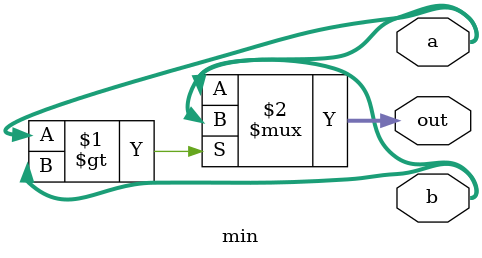
<source format=v>
`timescale 1ns / 1ps
module min(out, a, b);
output wire [7:0] out;
output wire [7:0] a, b;

assign out = (a > b) ? a : b;

endmodule

</source>
